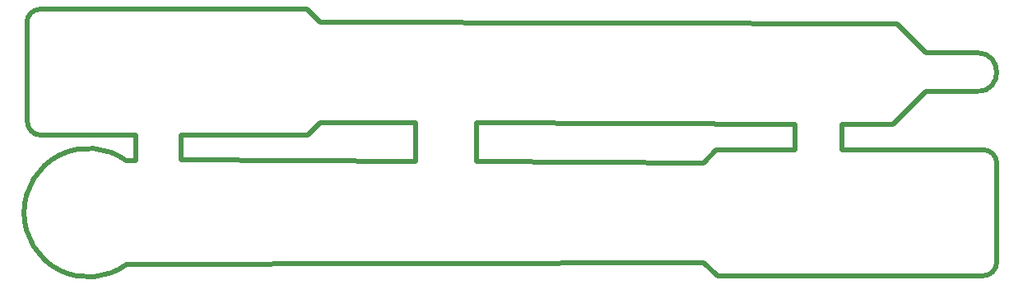
<source format=gko>
G04*
G04 #@! TF.GenerationSoftware,Altium Limited,Altium Designer,20.1.12 (249)*
G04*
G04 Layer_Color=16711935*
%FSLAX25Y25*%
%MOIN*%
G70*
G04*
G04 #@! TF.SameCoordinates,B43397F4-0A5E-4D4A-B50E-CAD48B1EF134*
G04*
G04*
G04 #@! TF.FilePolarity,Positive*
G04*
G01*
G75*
%ADD39C,0.01968*%
D39*
X386358Y77654D02*
G03*
X386358Y93402I0J7874D01*
G01*
X6917Y111026D02*
G03*
X1415Y105525I0J-5502D01*
G01*
X1618Y65532D02*
G03*
X7119Y60030I5502J0D01*
G01*
X41840Y49637D02*
G03*
X41840Y7737I-15495J-20950D01*
G01*
X280806Y3276D02*
G03*
X281154Y3136I348J361D01*
G01*
X388753Y3136D02*
G03*
X394254Y8637I0J5502D01*
G01*
X394254Y48630D02*
G03*
X388753Y54131I-5502J0D01*
G01*
X183500Y65000D02*
X312500Y64500D01*
X120081Y65184D02*
X159000Y65000D01*
X183500Y49500D02*
X275429Y48824D01*
X64000Y50000D02*
X159000Y49500D01*
X183500D02*
Y65000D01*
X159000Y49500D02*
Y65000D01*
X280399Y53978D02*
X312500Y54000D01*
X331500D02*
X388753Y54131D01*
X331500Y64500D02*
X352210Y64376D01*
X312500Y54000D02*
Y64500D01*
X331500Y54000D02*
Y64500D01*
X41840Y49637D02*
X45500Y49637D01*
X64000Y60000D02*
X115111Y60030D01*
X7119Y60030D02*
X45500Y60000D01*
X115111Y60030D02*
X120081Y65184D01*
X64000Y50000D02*
Y60000D01*
X45500Y49637D02*
Y60000D01*
X352210Y64376D02*
X353864Y66018D01*
X365500Y77654D01*
X353864Y105038D02*
X365500Y93402D01*
X386358D01*
X365500Y77668D02*
X386358D01*
X120275Y105852D02*
X353864Y105038D01*
X114909Y111026D02*
X120275Y105852D01*
X6917Y111026D02*
X114909D01*
X1415Y105525D02*
X1617Y65532D01*
X41840Y7737D02*
X275440Y8451D01*
X280806Y3276D01*
X281154Y3136D02*
X388753D01*
X394254Y8637D02*
Y48630D01*
X275429Y48824D02*
X280399Y53978D01*
M02*

</source>
